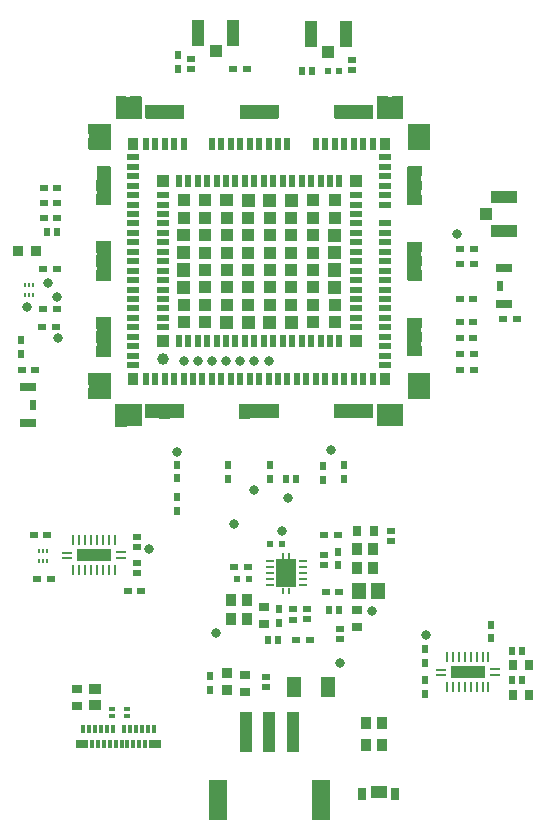
<source format=gtp>
G04*
G04 #@! TF.GenerationSoftware,Altium Limited,Altium Designer,18.0.7 (293)*
G04*
G04 Layer_Color=8421504*
%FSLAX25Y25*%
%MOIN*%
G70*
G01*
G75*
%ADD25R,0.03937X0.01968*%
%ADD26R,0.01968X0.03937*%
%ADD27C,0.03150*%
%ADD28C,0.03937*%
%ADD29R,0.03543X0.03937*%
%ADD30R,0.03937X0.03937*%
%ADD31R,0.07480X0.08661*%
%ADD32R,0.08661X0.07480*%
%ADD33R,0.04724X0.12992*%
%ADD34R,0.12992X0.04724*%
%ADD35R,0.01181X0.02756*%
%ADD36R,0.03937X0.02756*%
%ADD37R,0.08661X0.04134*%
%ADD38R,0.04134X0.04134*%
%ADD39R,0.04134X0.04134*%
%ADD40R,0.04134X0.08661*%
%ADD41R,0.05512X0.03150*%
%ADD42R,0.02362X0.03543*%
%ADD43R,0.02953X0.02362*%
%ADD44R,0.03543X0.03150*%
%ADD45R,0.02362X0.02953*%
%ADD46R,0.03150X0.03543*%
%ADD47R,0.03543X0.00945*%
%ADD48R,0.00945X0.03543*%
%ADD49R,0.11417X0.03937*%
%ADD50R,0.00787X0.01378*%
%ADD51R,0.06500X0.09449*%
%ADD52R,0.02559X0.00984*%
%ADD53R,0.01102X0.02165*%
%ADD54R,0.02520X0.02362*%
%ADD55R,0.03543X0.03937*%
%ADD56R,0.03543X0.03543*%
%ADD57R,0.05906X0.13386*%
%ADD58R,0.03937X0.13780*%
%ADD59R,0.05118X0.07087*%
%ADD60R,0.03937X0.03543*%
%ADD61R,0.01968X0.01181*%
%ADD62R,0.02362X0.01968*%
%ADD63R,0.05118X0.05512*%
%ADD64R,0.02362X0.02520*%
%ADD65R,0.05512X0.04331*%
%ADD66R,0.02756X0.04331*%
%ADD67R,0.03543X0.03543*%
%ADD68R,0.01890X0.02126*%
G36*
X132409Y265433D02*
X129077D01*
Y269867D01*
X132409D01*
Y265433D01*
D02*
G37*
G36*
X91464Y265413D02*
X87884D01*
Y269867D01*
X91464D01*
Y265413D01*
D02*
G37*
G36*
X64692Y265378D02*
X60984D01*
Y269867D01*
X64692D01*
Y265378D01*
D02*
G37*
G36*
X100913Y265373D02*
X97384D01*
Y269867D01*
X100913D01*
Y265373D01*
D02*
G37*
G36*
X142234Y265372D02*
X138741D01*
Y272641D01*
X142234D01*
Y265372D01*
D02*
G37*
G36*
X127685Y265370D02*
X124283D01*
Y269867D01*
X127685D01*
Y265370D01*
D02*
G37*
G36*
X122960Y265354D02*
X119528D01*
Y269867D01*
X122960D01*
Y265354D01*
D02*
G37*
G36*
X96188Y265329D02*
X92638D01*
Y269867D01*
X96188D01*
Y265329D01*
D02*
G37*
G36*
X137305Y265321D02*
X133768D01*
Y272648D01*
X137305D01*
Y265321D01*
D02*
G37*
G36*
X59968Y265313D02*
X56289D01*
Y269867D01*
X59968D01*
Y265313D01*
D02*
G37*
G36*
X69417Y265309D02*
X65773D01*
Y269867D01*
X69417D01*
Y265309D01*
D02*
G37*
G36*
X55030Y265153D02*
X51514D01*
Y272836D01*
X55030D01*
Y265153D01*
D02*
G37*
G36*
X50078Y265142D02*
X46581D01*
Y272867D01*
X50078D01*
Y265142D01*
D02*
G37*
G36*
X45007Y259995D02*
X37302D01*
Y263568D01*
X45007D01*
Y259995D01*
D02*
G37*
G36*
X151307Y259936D02*
X143954D01*
Y263568D01*
X151307D01*
Y259936D01*
D02*
G37*
G36*
X126740Y255290D02*
X125271D01*
Y258686D01*
X126740D01*
Y255290D01*
D02*
G37*
G36*
X114141Y255277D02*
X112591D01*
Y258686D01*
X114141D01*
Y255277D01*
D02*
G37*
G36*
X63748Y255269D02*
X61917D01*
Y258686D01*
X63748D01*
Y255269D01*
D02*
G37*
G36*
X66897Y255259D02*
X65091D01*
Y258686D01*
X66897D01*
Y255259D01*
D02*
G37*
G36*
X101543Y255257D02*
X99918D01*
Y258686D01*
X101543D01*
Y255257D01*
D02*
G37*
G36*
X117291Y255257D02*
X115747D01*
Y258686D01*
X117291D01*
Y255257D01*
D02*
G37*
G36*
X82645Y255205D02*
X80941D01*
Y258686D01*
X82645D01*
Y255205D01*
D02*
G37*
G36*
X120440Y255204D02*
X118878D01*
Y258686D01*
X120440D01*
Y255204D01*
D02*
G37*
G36*
X123590Y255202D02*
X122038D01*
Y258686D01*
X123590D01*
Y255202D01*
D02*
G37*
G36*
X70047Y255200D02*
X68299D01*
Y258686D01*
X70047D01*
Y255200D01*
D02*
G37*
G36*
X92094Y255200D02*
X90426D01*
Y258686D01*
X92094D01*
Y255200D01*
D02*
G37*
G36*
X88944Y255199D02*
X87265D01*
Y258686D01*
X88944D01*
Y255199D01*
D02*
G37*
G36*
X129889Y255193D02*
X128353D01*
Y258686D01*
X129889D01*
Y255193D01*
D02*
G37*
G36*
X57448Y255192D02*
X55663D01*
Y258686D01*
X57448D01*
Y255192D01*
D02*
G37*
G36*
X95244Y255191D02*
X93587D01*
Y258686D01*
X95244D01*
Y255191D01*
D02*
G37*
G36*
X79496Y255182D02*
X77790D01*
Y258686D01*
X79496D01*
Y255182D01*
D02*
G37*
G36*
X133039Y255179D02*
X131500D01*
Y258686D01*
X133039D01*
Y255179D01*
D02*
G37*
G36*
X60598Y255172D02*
X58842D01*
Y258686D01*
X60598D01*
Y255172D01*
D02*
G37*
G36*
X98393Y255146D02*
X96745D01*
Y258686D01*
X98393D01*
Y255146D01*
D02*
G37*
G36*
X85795Y255144D02*
X84119D01*
Y258686D01*
X85795D01*
Y255144D01*
D02*
G37*
G36*
X104692Y255094D02*
X103046D01*
Y258686D01*
X104692D01*
Y255094D01*
D02*
G37*
G36*
X45007Y255067D02*
X37281D01*
Y258647D01*
X45007D01*
Y255067D01*
D02*
G37*
G36*
X151307Y254970D02*
X143911D01*
Y258647D01*
X151307D01*
Y254970D01*
D02*
G37*
G36*
X138168Y251618D02*
X134632D01*
Y253163D01*
X138168D01*
Y251618D01*
D02*
G37*
G36*
X54238Y251513D02*
X50669D01*
Y253235D01*
X54238D01*
Y251513D01*
D02*
G37*
G36*
X138183Y248533D02*
X134697D01*
Y249998D01*
X138183D01*
Y248533D01*
D02*
G37*
G36*
X54188Y248351D02*
X50657D01*
Y250136D01*
X54188D01*
Y248351D01*
D02*
G37*
G36*
X148580Y249365D02*
Y245953D01*
X143928D01*
Y249365D01*
X148580Y249365D01*
D02*
G37*
G36*
X44861Y245804D02*
X40236D01*
Y249542D01*
X44861D01*
Y245804D01*
D02*
G37*
G36*
X138179Y245323D02*
X134636D01*
Y246853D01*
X138179D01*
Y245323D01*
D02*
G37*
G36*
X54191Y245196D02*
X50652D01*
Y246983D01*
X54191D01*
Y245196D01*
D02*
G37*
G36*
X84220Y242724D02*
X82499D01*
Y246206D01*
X84220D01*
Y242724D01*
D02*
G37*
G36*
X90519Y242721D02*
X88835D01*
Y246206D01*
X90519D01*
Y242721D01*
D02*
G37*
G36*
X68472Y242718D02*
X66669D01*
Y246206D01*
X68472D01*
Y242718D01*
D02*
G37*
G36*
X122015Y242708D02*
X120491D01*
Y246206D01*
X122015D01*
Y242708D01*
D02*
G37*
G36*
X74771Y242702D02*
X73016D01*
Y246206D01*
X74771D01*
Y242702D01*
D02*
G37*
G36*
X71622Y242702D02*
X69852D01*
Y246206D01*
X71622D01*
Y242702D01*
D02*
G37*
G36*
X87370Y242699D02*
X85676D01*
Y246206D01*
X87370D01*
Y242699D01*
D02*
G37*
G36*
X96818Y242695D02*
X95168D01*
Y246206D01*
X96818D01*
Y242695D01*
D02*
G37*
G36*
X93669Y242689D02*
X92005D01*
Y246206D01*
X93669D01*
Y242689D01*
D02*
G37*
G36*
X109417Y242686D02*
X107818D01*
Y246206D01*
X109417D01*
Y242686D01*
D02*
G37*
G36*
X106267Y242680D02*
X104653D01*
Y246206D01*
X106267D01*
Y242680D01*
D02*
G37*
G36*
X77921Y242679D02*
X76198D01*
Y246206D01*
X77921D01*
Y242679D01*
D02*
G37*
G36*
X115716Y242671D02*
X114131D01*
Y246206D01*
X115716D01*
Y242671D01*
D02*
G37*
G36*
X99968Y242669D02*
X98328D01*
Y246206D01*
X99968D01*
Y242669D01*
D02*
G37*
G36*
X103118Y242656D02*
X101485D01*
Y246206D01*
X103118D01*
Y242656D01*
D02*
G37*
G36*
X112566Y242649D02*
X110956D01*
Y246206D01*
X112566D01*
Y242649D01*
D02*
G37*
G36*
X81070Y242643D02*
X79381D01*
Y246206D01*
X81070D01*
Y242643D01*
D02*
G37*
G36*
X118866Y242623D02*
X117248D01*
Y246206D01*
X118866D01*
Y242623D01*
D02*
G37*
G36*
X138174Y242135D02*
X134598D01*
Y243708D01*
X138174D01*
Y242135D01*
D02*
G37*
G36*
X54120Y242019D02*
X50624D01*
Y243904D01*
X54120D01*
Y242019D01*
D02*
G37*
G36*
X148630Y241339D02*
X144038D01*
Y244591D01*
X148630D01*
Y241339D01*
D02*
G37*
G36*
X44786Y241038D02*
X40194D01*
Y244892D01*
X44786D01*
Y241038D01*
D02*
G37*
G36*
X138196Y239039D02*
X134652D01*
Y240536D01*
X138196D01*
Y239039D01*
D02*
G37*
G36*
X128452Y239010D02*
X124899D01*
Y240557D01*
X128452D01*
Y239010D01*
D02*
G37*
G36*
X63941Y238903D02*
X60382D01*
Y240657D01*
X63941D01*
Y238903D01*
D02*
G37*
G36*
X54217Y238893D02*
X50648D01*
Y240658D01*
X54217D01*
Y238893D01*
D02*
G37*
G36*
X148594Y236494D02*
X143918D01*
Y239903D01*
X148594D01*
Y236494D01*
D02*
G37*
G36*
X44857Y236328D02*
X40209D01*
Y240096D01*
X44857D01*
Y236328D01*
D02*
G37*
G36*
X85811Y235947D02*
X81418D01*
Y240190D01*
X85811D01*
Y235947D01*
D02*
G37*
G36*
X107366Y235943D02*
X103075D01*
Y240190D01*
X107366D01*
Y235943D01*
D02*
G37*
G36*
X100181Y235961D02*
Y235906D01*
X95854D01*
Y240190D01*
X100181D01*
Y235961D01*
D02*
G37*
G36*
X92996Y235904D02*
X88651D01*
Y240190D01*
X92996D01*
Y235904D01*
D02*
G37*
G36*
X138199Y235874D02*
X134636D01*
Y237384D01*
X138199D01*
Y235874D01*
D02*
G37*
G36*
X128460Y235866D02*
X124904D01*
Y237399D01*
X128460D01*
Y235866D01*
D02*
G37*
G36*
X63997Y235764D02*
X60393D01*
Y237452D01*
X63997D01*
Y235764D01*
D02*
G37*
G36*
X54183Y235723D02*
X50627D01*
Y237542D01*
X54183D01*
Y235723D01*
D02*
G37*
G36*
X128484Y232757D02*
X124945D01*
Y234225D01*
X128484D01*
Y232757D01*
D02*
G37*
G36*
X63957Y232596D02*
X60374D01*
Y234343D01*
X63957D01*
Y232596D01*
D02*
G37*
G36*
X54159Y232552D02*
X50605D01*
Y234417D01*
X54159D01*
Y232552D01*
D02*
G37*
G36*
X138239Y229613D02*
X134675D01*
Y231045D01*
X138239D01*
Y229613D01*
D02*
G37*
G36*
X128463Y229535D02*
X124872D01*
Y231097D01*
X128463D01*
Y229535D01*
D02*
G37*
G36*
X63962Y229442D02*
X60370D01*
Y231188D01*
X63962D01*
Y229442D01*
D02*
G37*
G36*
X54216Y229424D02*
X50628D01*
Y231209D01*
X54216D01*
Y229424D01*
D02*
G37*
G36*
X138215Y226407D02*
X134618D01*
Y227920D01*
X138215D01*
Y226407D01*
D02*
G37*
G36*
X128469Y226383D02*
X124870D01*
Y227941D01*
X128469D01*
Y226383D01*
D02*
G37*
G36*
X63945Y226275D02*
X60353D01*
Y228055D01*
X63945D01*
Y226275D01*
D02*
G37*
G36*
X54198Y226254D02*
X50607D01*
Y228078D01*
X54198D01*
Y226254D01*
D02*
G37*
G36*
X71429Y224284D02*
X66954D01*
Y228580D01*
X71429D01*
Y224284D01*
D02*
G37*
G36*
X121736Y224271D02*
X117497D01*
Y228576D01*
X121736D01*
Y224271D01*
D02*
G37*
G36*
X138210Y223240D02*
X134601D01*
Y224775D01*
X138210D01*
Y223240D01*
D02*
G37*
G36*
X128473Y223228D02*
X124864D01*
Y224788D01*
X128473D01*
Y223228D01*
D02*
G37*
G36*
X63933Y223106D02*
X60333D01*
Y224918D01*
X63933D01*
Y223106D01*
D02*
G37*
G36*
X54207Y223099D02*
X50602D01*
Y224920D01*
X54207D01*
Y223099D01*
D02*
G37*
G36*
X148706Y220825D02*
X143997D01*
Y224042D01*
X148706D01*
Y220825D01*
D02*
G37*
G36*
X44897Y220553D02*
X40182D01*
Y224308D01*
X44897D01*
Y220553D01*
D02*
G37*
G36*
X138253Y220127D02*
X134638D01*
Y221582D01*
X138253D01*
Y220127D01*
D02*
G37*
G36*
X128506Y220104D02*
X124890D01*
Y221605D01*
X128506D01*
Y220104D01*
D02*
G37*
G36*
X63953Y219960D02*
X60337D01*
Y221748D01*
X63953D01*
Y219960D01*
D02*
G37*
G36*
X54201Y219933D02*
X50585D01*
Y221776D01*
X54201D01*
Y219933D01*
D02*
G37*
G36*
X71429Y218444D02*
X67011D01*
Y222773D01*
X71429D01*
Y218444D01*
D02*
G37*
G36*
X121736Y218440D02*
X117469D01*
Y222769D01*
X121736D01*
Y218440D01*
D02*
G37*
G36*
X138270Y216978D02*
X134638D01*
Y218416D01*
X138270D01*
Y216978D01*
D02*
G37*
G36*
X128488Y216924D02*
X124860D01*
Y218473D01*
X128488D01*
Y216924D01*
D02*
G37*
G36*
X63942Y216784D02*
X60310D01*
Y218610D01*
X63942D01*
Y216784D01*
D02*
G37*
G36*
X54196Y216763D02*
X50565D01*
Y218631D01*
X54196D01*
Y216763D01*
D02*
G37*
G36*
X148682Y216049D02*
X143946D01*
Y219342D01*
X148682D01*
Y216049D01*
D02*
G37*
G36*
X44862Y215771D02*
X40124D01*
Y219619D01*
X44862D01*
Y215771D01*
D02*
G37*
G36*
X128538Y213802D02*
X124887D01*
Y215274D01*
X128538D01*
Y213802D01*
D02*
G37*
G36*
X138217Y213772D02*
X134582D01*
Y215319D01*
X138217D01*
Y213772D01*
D02*
G37*
G36*
X63949Y213625D02*
X60301D01*
Y215453D01*
X63949D01*
Y213625D01*
D02*
G37*
G36*
X54218Y213624D02*
X50575D01*
Y215459D01*
X54218D01*
Y213624D01*
D02*
G37*
G36*
X121736Y212603D02*
X117530D01*
Y216962D01*
X121736D01*
Y212603D01*
D02*
G37*
G36*
X71429Y212603D02*
X66927D01*
Y216966D01*
X71429D01*
Y212603D01*
D02*
G37*
G36*
X148641Y211274D02*
X143894D01*
Y214659D01*
X148641D01*
Y211274D01*
D02*
G37*
G36*
X44901Y211067D02*
X40144D01*
Y214856D01*
X44901D01*
Y211067D01*
D02*
G37*
G36*
X138228Y210624D02*
X134583D01*
Y212158D01*
X138228D01*
Y210624D01*
D02*
G37*
G36*
X128459Y210591D02*
X124826D01*
Y212203D01*
X128459D01*
Y210591D01*
D02*
G37*
G36*
X63974Y210495D02*
X60320D01*
Y212278D01*
X63974D01*
Y210495D01*
D02*
G37*
G36*
X54238Y210487D02*
X50588D01*
Y212290D01*
X54238D01*
Y210487D01*
D02*
G37*
G36*
X138246Y207477D02*
X134585D01*
Y208991D01*
X138246D01*
Y207477D01*
D02*
G37*
G36*
X128530Y207472D02*
X124857D01*
Y208982D01*
X128530D01*
Y207472D01*
D02*
G37*
G36*
X54240Y207326D02*
X50577D01*
Y209138D01*
X54240D01*
Y207326D01*
D02*
G37*
G36*
X63967Y207312D02*
X60287D01*
Y209136D01*
X63967D01*
Y207312D01*
D02*
G37*
G36*
X121736Y206797D02*
X117462D01*
Y211155D01*
X121736D01*
Y206797D01*
D02*
G37*
G36*
X71429Y206797D02*
X67019D01*
Y211158D01*
X71429D01*
Y206797D01*
D02*
G37*
G36*
X138299Y204345D02*
X134603D01*
Y205788D01*
X138299D01*
Y204345D01*
D02*
G37*
G36*
X128525Y204311D02*
X124845D01*
Y205838D01*
X128525D01*
Y204311D01*
D02*
G37*
G36*
X63987Y204186D02*
X60310D01*
Y205966D01*
X63987D01*
Y204186D01*
D02*
G37*
G36*
X54252Y204182D02*
X50583D01*
Y205977D01*
X54252D01*
Y204182D01*
D02*
G37*
G36*
X138268Y201171D02*
X134579D01*
Y202669D01*
X138268D01*
Y201171D01*
D02*
G37*
G36*
X128552Y201161D02*
X124844D01*
Y202661D01*
X128552D01*
Y201161D01*
D02*
G37*
G36*
X54273Y201065D02*
X50615D01*
Y202806D01*
X54273D01*
Y201065D01*
D02*
G37*
G36*
X63989Y201016D02*
X60291D01*
Y202814D01*
X63989D01*
Y201016D01*
D02*
G37*
G36*
X138310Y198028D02*
X134585D01*
Y199478D01*
X138310D01*
Y198028D01*
D02*
G37*
G36*
X128542Y198000D02*
X124833D01*
Y199522D01*
X128542D01*
Y198000D01*
D02*
G37*
G36*
X63992Y197842D02*
X60265D01*
Y199662D01*
X63992D01*
Y197842D01*
D02*
G37*
G36*
X54230Y197780D02*
X50480D01*
Y199699D01*
X54230D01*
Y197780D01*
D02*
G37*
G36*
X148720Y195521D02*
X143890D01*
Y198831D01*
X148720D01*
Y195521D01*
D02*
G37*
G36*
X44933Y195273D02*
X40099D01*
Y199075D01*
X44933D01*
Y195273D01*
D02*
G37*
G36*
X92984Y195142D02*
Y195117D01*
X88629D01*
Y199544D01*
X92984D01*
Y195142D01*
D02*
G37*
G36*
X107354Y195113D02*
X103062D01*
Y199544D01*
X107354D01*
Y195113D01*
D02*
G37*
G36*
X100169Y195107D02*
X95845D01*
Y199544D01*
X100169D01*
Y195107D01*
D02*
G37*
G36*
X85799Y195086D02*
X81394D01*
Y199544D01*
X85799D01*
Y195086D01*
D02*
G37*
G36*
X138292Y194863D02*
X134571D01*
Y196347D01*
X138292D01*
Y194863D01*
D02*
G37*
G36*
X128533Y194841D02*
X124824D01*
Y196381D01*
X128533D01*
Y194841D01*
D02*
G37*
G36*
X64002Y194694D02*
X60267D01*
Y196503D01*
X64002D01*
Y194694D01*
D02*
G37*
G36*
X54256Y194678D02*
X50527D01*
Y196524D01*
X54256D01*
Y194678D01*
D02*
G37*
G36*
X138235Y191694D02*
X134551D01*
Y193254D01*
X138235D01*
Y191694D01*
D02*
G37*
G36*
X54279Y191592D02*
X50590D01*
Y193351D01*
X54279D01*
Y191592D01*
D02*
G37*
G36*
X148695Y190775D02*
X143868D01*
Y194132D01*
X148695D01*
Y190775D01*
D02*
G37*
G36*
X44955Y190570D02*
X40120D01*
Y194329D01*
X44955D01*
Y190570D01*
D02*
G37*
G36*
X96818Y189136D02*
X95166D01*
Y192820D01*
X96818D01*
Y189136D01*
D02*
G37*
G36*
X84220Y189134D02*
X82540D01*
Y192820D01*
X84220D01*
Y189134D01*
D02*
G37*
G36*
X93669Y189116D02*
X92008D01*
Y192820D01*
X93669D01*
Y189116D01*
D02*
G37*
G36*
X81070Y189116D02*
X79374D01*
Y192820D01*
X81070D01*
Y189116D01*
D02*
G37*
G36*
X99968Y189106D02*
X98327D01*
Y192820D01*
X99968D01*
Y189106D01*
D02*
G37*
G36*
X106267Y189104D02*
X104647D01*
Y192820D01*
X106267D01*
Y189104D01*
D02*
G37*
G36*
X122015Y189098D02*
X120453D01*
Y192820D01*
X122015D01*
Y189098D01*
D02*
G37*
G36*
X77921Y189086D02*
X76196D01*
Y192820D01*
X77921D01*
Y189086D01*
D02*
G37*
G36*
X87370Y189085D02*
X85682D01*
Y192820D01*
X87370D01*
Y189085D01*
D02*
G37*
G36*
X118866Y189084D02*
X117303D01*
Y192820D01*
X118866D01*
Y189084D01*
D02*
G37*
G36*
X109417Y189081D02*
X107818D01*
Y192820D01*
X109417D01*
Y189081D01*
D02*
G37*
G36*
X103118Y189079D02*
X101493D01*
Y192820D01*
X103118D01*
Y189079D01*
D02*
G37*
G36*
X90519Y189066D02*
X88840D01*
Y192820D01*
X90519D01*
Y189066D01*
D02*
G37*
G36*
X68472Y189061D02*
X66686D01*
Y192820D01*
X68472D01*
Y189061D01*
D02*
G37*
G36*
X115716Y189058D02*
X114159D01*
Y192820D01*
X115716D01*
Y189058D01*
D02*
G37*
G36*
X71622Y189057D02*
X69848D01*
Y192820D01*
X71622D01*
Y189057D01*
D02*
G37*
G36*
X112566Y189046D02*
X111001D01*
Y192820D01*
X112566D01*
Y189046D01*
D02*
G37*
G36*
X74771Y189037D02*
X72997D01*
Y192820D01*
X74771D01*
Y189037D01*
D02*
G37*
G36*
X138323Y188554D02*
X134561D01*
Y190016D01*
X138323D01*
Y188554D01*
D02*
G37*
G36*
X54283Y188435D02*
X50584D01*
Y190198D01*
X54283D01*
Y188435D01*
D02*
G37*
G36*
X148665Y186033D02*
X143851D01*
Y189437D01*
X148665D01*
Y186033D01*
D02*
G37*
G36*
X44964Y185834D02*
X40108D01*
Y189595D01*
X44964D01*
Y185834D01*
D02*
G37*
G36*
X138214Y185385D02*
X134541D01*
Y186975D01*
X138214D01*
Y185385D01*
D02*
G37*
G36*
X54278Y185214D02*
X50512D01*
Y187053D01*
X54278D01*
Y185214D01*
D02*
G37*
G36*
X138312Y182238D02*
X134544D01*
Y183728D01*
X138312D01*
Y182238D01*
D02*
G37*
G36*
X54287Y182083D02*
X50531D01*
Y183895D01*
X54287D01*
Y182083D01*
D02*
G37*
G36*
X63748Y176658D02*
X62047D01*
Y180340D01*
X63748D01*
Y176658D01*
D02*
G37*
G36*
X117291Y176629D02*
X115683D01*
Y180340D01*
X117291D01*
Y176629D01*
D02*
G37*
G36*
X151307Y176626D02*
X143984D01*
Y180497D01*
X151307D01*
Y176626D01*
D02*
G37*
G36*
X88944Y176618D02*
X87274D01*
Y180340D01*
X88944D01*
Y176618D01*
D02*
G37*
G36*
X79496Y176617D02*
X77801D01*
Y180340D01*
X79496D01*
Y176617D01*
D02*
G37*
G36*
X85795Y176612D02*
X84115D01*
Y180340D01*
X85795D01*
Y176612D01*
D02*
G37*
G36*
X45007Y176604D02*
X37314D01*
Y180497D01*
X45007D01*
Y176604D01*
D02*
G37*
G36*
X110992Y176594D02*
X109383D01*
Y180340D01*
X110992D01*
Y176594D01*
D02*
G37*
G36*
X114141Y176592D02*
X112543D01*
Y180340D01*
X114141D01*
Y176592D01*
D02*
G37*
G36*
X126740Y176582D02*
X125187D01*
Y180340D01*
X126740D01*
Y176582D01*
D02*
G37*
G36*
X82645Y176566D02*
X80942D01*
Y180340D01*
X82645D01*
Y176566D01*
D02*
G37*
G36*
X92094Y176564D02*
X90426D01*
Y180340D01*
X92094D01*
Y176564D01*
D02*
G37*
G36*
X57448Y176563D02*
X55650D01*
Y180340D01*
X57448D01*
Y176563D01*
D02*
G37*
G36*
X104692Y176551D02*
X103074D01*
Y180340D01*
X104692D01*
Y176551D01*
D02*
G37*
G36*
X101543Y176550D02*
X99912D01*
Y180340D01*
X101543D01*
Y176550D01*
D02*
G37*
G36*
X66897Y176549D02*
X65123D01*
Y180340D01*
X66897D01*
Y176549D01*
D02*
G37*
G36*
X133039Y176548D02*
X131538D01*
Y180340D01*
X133039D01*
Y176548D01*
D02*
G37*
G36*
X107842Y176545D02*
X106238D01*
Y180340D01*
X107842D01*
Y176545D01*
D02*
G37*
G36*
X73196Y176543D02*
X71446D01*
Y180340D01*
X73196D01*
Y176543D01*
D02*
G37*
G36*
X120440Y176542D02*
X118891D01*
Y180340D01*
X120440D01*
Y176542D01*
D02*
G37*
G36*
X123590Y176536D02*
X122058D01*
Y180340D01*
X123590D01*
Y176536D01*
D02*
G37*
G36*
X98393Y176531D02*
X96750D01*
Y180340D01*
X98393D01*
Y176531D01*
D02*
G37*
G36*
X76346Y176523D02*
X74599D01*
Y180340D01*
X76346D01*
Y176523D01*
D02*
G37*
G36*
X70047Y176521D02*
X68268D01*
Y180340D01*
X70047D01*
Y176521D01*
D02*
G37*
G36*
X60598Y176514D02*
X58768D01*
Y180340D01*
X60598D01*
Y176514D01*
D02*
G37*
G36*
X129889Y176489D02*
X128424D01*
Y180340D01*
X129889D01*
Y176489D01*
D02*
G37*
G36*
X95244Y176455D02*
X93585D01*
Y180340D01*
X95244D01*
Y176455D01*
D02*
G37*
G36*
X151307Y171668D02*
X144007D01*
Y175576D01*
X151307D01*
Y171668D01*
D02*
G37*
G36*
X45007Y171656D02*
X37305D01*
Y175576D01*
X45007D01*
Y171656D01*
D02*
G37*
G36*
X100913Y165405D02*
X97377D01*
Y170261D01*
X100913D01*
Y165405D01*
D02*
G37*
G36*
X132409Y165349D02*
X128990D01*
Y170261D01*
X132409D01*
Y165349D01*
D02*
G37*
G36*
X127685Y165345D02*
X124251D01*
Y170261D01*
X127685D01*
Y165345D01*
D02*
G37*
G36*
X59968Y165312D02*
X56261D01*
Y170261D01*
X59968D01*
Y165312D01*
D02*
G37*
G36*
X69417Y165309D02*
X65749D01*
Y170261D01*
X69417D01*
Y165309D01*
D02*
G37*
G36*
X96188Y165297D02*
X92637D01*
Y170261D01*
X96188D01*
Y165297D01*
D02*
G37*
G36*
X122960Y165288D02*
X119536D01*
Y170261D01*
X122960D01*
Y165288D01*
D02*
G37*
G36*
X64692Y165215D02*
X60944D01*
Y170261D01*
X64692D01*
Y165215D01*
D02*
G37*
G36*
X91464Y165158D02*
X87874D01*
Y170261D01*
X91464D01*
Y165158D01*
D02*
G37*
G36*
X142470Y162756D02*
X138487D01*
Y170042D01*
X142470D01*
Y162756D01*
D02*
G37*
G36*
X137532Y162745D02*
X133555D01*
Y170059D01*
X137532D01*
Y162745D01*
D02*
G37*
G36*
X55254Y162657D02*
X51380D01*
Y170250D01*
X55254D01*
Y162657D01*
D02*
G37*
G36*
X50329Y162584D02*
X46386D01*
Y170254D01*
X50329D01*
Y162584D01*
D02*
G37*
D25*
X52488Y183056D02*
D03*
Y186206D02*
D03*
Y189355D02*
D03*
Y192505D02*
D03*
Y195654D02*
D03*
Y198804D02*
D03*
Y201954D02*
D03*
Y205103D02*
D03*
Y208253D02*
D03*
Y211403D02*
D03*
Y214552D02*
D03*
Y217702D02*
D03*
Y220851D02*
D03*
Y224001D02*
D03*
Y227151D02*
D03*
Y230300D02*
D03*
Y233450D02*
D03*
Y236599D02*
D03*
Y239749D02*
D03*
Y242899D02*
D03*
Y246048D02*
D03*
Y249198D02*
D03*
Y252347D02*
D03*
X136346D02*
D03*
Y249198D02*
D03*
Y246048D02*
D03*
Y242899D02*
D03*
Y239749D02*
D03*
Y236599D02*
D03*
Y230300D02*
D03*
Y227151D02*
D03*
Y224001D02*
D03*
Y220851D02*
D03*
Y217702D02*
D03*
Y214552D02*
D03*
Y211403D02*
D03*
Y208253D02*
D03*
Y205103D02*
D03*
Y201954D02*
D03*
Y198804D02*
D03*
Y195654D02*
D03*
Y192505D02*
D03*
Y189355D02*
D03*
Y186206D02*
D03*
Y183056D02*
D03*
X62212Y195654D02*
D03*
Y198804D02*
D03*
Y201954D02*
D03*
Y205103D02*
D03*
Y208253D02*
D03*
Y211403D02*
D03*
Y214552D02*
D03*
Y217702D02*
D03*
Y220851D02*
D03*
Y224001D02*
D03*
Y227151D02*
D03*
Y230300D02*
D03*
Y233450D02*
D03*
Y236599D02*
D03*
Y239749D02*
D03*
X126622D02*
D03*
Y236599D02*
D03*
Y233450D02*
D03*
Y230300D02*
D03*
Y227151D02*
D03*
Y224001D02*
D03*
Y220851D02*
D03*
Y217702D02*
D03*
Y214552D02*
D03*
Y211403D02*
D03*
Y208253D02*
D03*
Y205103D02*
D03*
Y201954D02*
D03*
Y198804D02*
D03*
Y195654D02*
D03*
D26*
X56622Y256875D02*
D03*
X59771D02*
D03*
X62921D02*
D03*
X66070D02*
D03*
X69220D02*
D03*
X78669D02*
D03*
X81818D02*
D03*
X84968D02*
D03*
X88118D02*
D03*
X91267D02*
D03*
X94417D02*
D03*
X97566D02*
D03*
X100716D02*
D03*
X103866D02*
D03*
X113314D02*
D03*
X116464D02*
D03*
X119614D02*
D03*
X122763D02*
D03*
X125913D02*
D03*
X129062D02*
D03*
X132212D02*
D03*
Y178528D02*
D03*
X129062D02*
D03*
X125913D02*
D03*
X122763D02*
D03*
X119614D02*
D03*
X116464D02*
D03*
X113314D02*
D03*
X110165D02*
D03*
X107015D02*
D03*
X103866D02*
D03*
X100716D02*
D03*
X97566D02*
D03*
X94417D02*
D03*
X91267D02*
D03*
X88118D02*
D03*
X84968D02*
D03*
X81818D02*
D03*
X78669D02*
D03*
X75519D02*
D03*
X72370D02*
D03*
X69220D02*
D03*
X66070D02*
D03*
X62921D02*
D03*
X59771D02*
D03*
X56622D02*
D03*
X67645Y244395D02*
D03*
X70795D02*
D03*
X73944D02*
D03*
X77094D02*
D03*
X80244D02*
D03*
X83393D02*
D03*
X86543D02*
D03*
X89692D02*
D03*
X92842D02*
D03*
X95992D02*
D03*
X99141D02*
D03*
X102291D02*
D03*
X105440D02*
D03*
X108590D02*
D03*
X111740D02*
D03*
X114889D02*
D03*
X118039D02*
D03*
X121188D02*
D03*
Y191009D02*
D03*
X118039D02*
D03*
X114889D02*
D03*
X111740D02*
D03*
X108590D02*
D03*
X105440D02*
D03*
X102291D02*
D03*
X99141D02*
D03*
X95992D02*
D03*
X92842D02*
D03*
X89692D02*
D03*
X86543D02*
D03*
X83393D02*
D03*
X80244D02*
D03*
X77094D02*
D03*
X73944D02*
D03*
X70795D02*
D03*
X67645D02*
D03*
D27*
X97566Y184316D02*
D03*
X92842D02*
D03*
X88118D02*
D03*
X83393D02*
D03*
X78669D02*
D03*
X73944D02*
D03*
X69220D02*
D03*
X102174Y127889D02*
D03*
X160376Y226615D02*
D03*
X79960Y93700D02*
D03*
X131994Y101268D02*
D03*
X104011Y138655D02*
D03*
X23920Y210580D02*
D03*
X17040Y202560D02*
D03*
X26920Y205880D02*
D03*
X27360Y192180D02*
D03*
X67051Y154075D02*
D03*
X92860Y141400D02*
D03*
X86180Y130200D02*
D03*
X118380Y154940D02*
D03*
X149980Y93020D02*
D03*
X57740Y121780D02*
D03*
X121260Y83620D02*
D03*
D28*
X62212Y185123D02*
D03*
D29*
X136543Y178528D02*
D03*
X52291D02*
D03*
X136543Y256875D02*
D03*
X52291D02*
D03*
D30*
X69269Y214798D02*
D03*
X76454D02*
D03*
X83639D02*
D03*
X90824D02*
D03*
X98009D02*
D03*
X105194D02*
D03*
X112379D02*
D03*
X119564D02*
D03*
X69269Y208991D02*
D03*
X76454D02*
D03*
X83639D02*
D03*
X90824D02*
D03*
X98009D02*
D03*
X105194D02*
D03*
X112379D02*
D03*
X119564D02*
D03*
X69269Y203184D02*
D03*
X76454D02*
D03*
X83639D02*
D03*
X90824D02*
D03*
X98009D02*
D03*
X105194D02*
D03*
X112379D02*
D03*
X119564D02*
D03*
X69269Y197377D02*
D03*
X76454D02*
D03*
X83639D02*
D03*
X90824D02*
D03*
X98009D02*
D03*
X105194D02*
D03*
X112379D02*
D03*
X119564D02*
D03*
Y220605D02*
D03*
X112379D02*
D03*
X105194D02*
D03*
X98009D02*
D03*
X90824D02*
D03*
X83639D02*
D03*
X76454D02*
D03*
X69269D02*
D03*
X119564Y226412D02*
D03*
X112379D02*
D03*
X105194D02*
D03*
X98009D02*
D03*
X90824D02*
D03*
X83639D02*
D03*
X76454D02*
D03*
X69269D02*
D03*
X119564Y232220D02*
D03*
X112379D02*
D03*
X105194D02*
D03*
X98009D02*
D03*
X90824D02*
D03*
X83639D02*
D03*
X76454D02*
D03*
X69269D02*
D03*
X119564Y238026D02*
D03*
X112379D02*
D03*
X105194D02*
D03*
X98009D02*
D03*
X90824D02*
D03*
X83639D02*
D03*
X76454D02*
D03*
X69269D02*
D03*
X62212Y244395D02*
D03*
X126622D02*
D03*
Y191009D02*
D03*
X62212D02*
D03*
D31*
X147566Y176166D02*
D03*
X41267D02*
D03*
X147566Y259237D02*
D03*
X41267D02*
D03*
D32*
X137921Y166521D02*
D03*
X50913D02*
D03*
X137921Y268883D02*
D03*
X50913D02*
D03*
D33*
X42645Y192505D02*
D03*
Y217702D02*
D03*
Y242899D02*
D03*
X146188D02*
D03*
Y217702D02*
D03*
Y192505D02*
D03*
D34*
X62921Y267505D02*
D03*
X94417D02*
D03*
X125913D02*
D03*
Y167899D02*
D03*
X94417D02*
D03*
X62921D02*
D03*
D35*
X35761Y61817D02*
D03*
X37730D02*
D03*
X39698D02*
D03*
X41667D02*
D03*
X43635D02*
D03*
X45604D02*
D03*
X49541D02*
D03*
X51509D02*
D03*
X53478D02*
D03*
X55446D02*
D03*
X57415D02*
D03*
X59383D02*
D03*
X56430Y56698D02*
D03*
X54462D02*
D03*
X52493D02*
D03*
X50525D02*
D03*
X48556D02*
D03*
X46588D02*
D03*
X44619D02*
D03*
X42651D02*
D03*
X40682D02*
D03*
X38714D02*
D03*
D36*
X59777D02*
D03*
X35367D02*
D03*
D37*
X176180Y227613D02*
D03*
Y239227D02*
D03*
D38*
X170176Y233420D02*
D03*
D39*
X79880Y287716D02*
D03*
X117527Y287556D02*
D03*
D40*
X74073Y293720D02*
D03*
X85687D02*
D03*
X123334Y293560D02*
D03*
X111720D02*
D03*
D41*
X17542Y175706D02*
D03*
Y163894D02*
D03*
X175958Y203535D02*
D03*
Y215346D02*
D03*
D42*
X18920Y169800D02*
D03*
X174580Y209440D02*
D03*
D43*
X19844Y181520D02*
D03*
X15316D02*
D03*
X175860Y198460D02*
D03*
X180388D02*
D03*
X161316Y204960D02*
D03*
X165844D02*
D03*
X161320Y192040D02*
D03*
X165848D02*
D03*
X161240Y197340D02*
D03*
X165768D02*
D03*
X50596Y107820D02*
D03*
X55124D02*
D03*
X161360Y216900D02*
D03*
X165888D02*
D03*
X27195Y242175D02*
D03*
X22667D02*
D03*
X161360Y221780D02*
D03*
X165888D02*
D03*
X27195Y237095D02*
D03*
X22667D02*
D03*
X161360Y186635D02*
D03*
X165888D02*
D03*
X27195Y232255D02*
D03*
X22667D02*
D03*
X161360Y181595D02*
D03*
X165888D02*
D03*
X24884Y111940D02*
D03*
X20356D02*
D03*
X19276Y126540D02*
D03*
X23804D02*
D03*
X22372Y215260D02*
D03*
X26900D02*
D03*
X111368Y91300D02*
D03*
X106840D02*
D03*
X90724Y115740D02*
D03*
X86196D02*
D03*
X120684Y126380D02*
D03*
X116156D02*
D03*
X116616Y107440D02*
D03*
X121144D02*
D03*
X26955Y201875D02*
D03*
X22427D02*
D03*
X85696Y281720D02*
D03*
X90224D02*
D03*
X22204Y195735D02*
D03*
X26731D02*
D03*
D44*
X33674Y69493D02*
D03*
Y75004D02*
D03*
X89860Y79616D02*
D03*
Y74104D02*
D03*
X127194Y101304D02*
D03*
Y95793D02*
D03*
X96160Y96824D02*
D03*
Y102336D02*
D03*
D45*
X122551Y149723D02*
D03*
Y145195D02*
D03*
X66960Y134492D02*
D03*
Y139020D02*
D03*
X67231Y281867D02*
D03*
Y286395D02*
D03*
X149840Y78064D02*
D03*
Y73536D02*
D03*
X84200Y149760D02*
D03*
Y145232D02*
D03*
X171560Y96604D02*
D03*
Y92076D02*
D03*
X149740Y88288D02*
D03*
Y83760D02*
D03*
X77980Y79308D02*
D03*
Y74780D02*
D03*
X120860Y120924D02*
D03*
Y116396D02*
D03*
X101040Y101744D02*
D03*
Y97216D02*
D03*
X97911Y149662D02*
D03*
Y145135D02*
D03*
X15160Y186856D02*
D03*
Y191384D02*
D03*
X67131Y145371D02*
D03*
Y149899D02*
D03*
X115660Y149360D02*
D03*
Y144832D02*
D03*
D46*
X184516Y73120D02*
D03*
X179004D02*
D03*
X184396Y83080D02*
D03*
X178884D02*
D03*
X132670Y127749D02*
D03*
X127158D02*
D03*
D47*
X48388Y120770D02*
D03*
X30278Y120572D02*
D03*
Y118801D02*
D03*
X48388D02*
D03*
X173015Y81724D02*
D03*
X154905Y81527D02*
D03*
Y79756D02*
D03*
X173015D02*
D03*
D48*
X46223Y124904D02*
D03*
X44254D02*
D03*
X42286D02*
D03*
X40317D02*
D03*
X38349D02*
D03*
X36380D02*
D03*
X34412D02*
D03*
X32443D02*
D03*
Y114667D02*
D03*
X34412D02*
D03*
X36380D02*
D03*
X38349D02*
D03*
X40317D02*
D03*
X42286D02*
D03*
X44254D02*
D03*
X46223D02*
D03*
X170850Y85858D02*
D03*
X168881D02*
D03*
X166913D02*
D03*
X164944D02*
D03*
X162976D02*
D03*
X161007D02*
D03*
X159039D02*
D03*
X157070D02*
D03*
Y75622D02*
D03*
X159039D02*
D03*
X161007D02*
D03*
X162976D02*
D03*
X164944D02*
D03*
X166913D02*
D03*
X168881D02*
D03*
X170850D02*
D03*
D49*
X39333Y119785D02*
D03*
X163960Y80740D02*
D03*
D50*
X19198Y209686D02*
D03*
X17820D02*
D03*
X16442D02*
D03*
X19198Y206340D02*
D03*
X17820D02*
D03*
X16442D02*
D03*
X20902Y117713D02*
D03*
X22280D02*
D03*
X23658D02*
D03*
X20902Y121060D02*
D03*
X22280D02*
D03*
X23658D02*
D03*
D51*
X103432Y113701D02*
D03*
D52*
X97960Y109843D02*
D03*
Y111811D02*
D03*
Y113780D02*
D03*
Y115743D02*
D03*
Y117717D02*
D03*
X108984D02*
D03*
Y115749D02*
D03*
Y113780D02*
D03*
Y111811D02*
D03*
Y109843D02*
D03*
D53*
X104417Y107894D02*
D03*
X102448D02*
D03*
Y119508D02*
D03*
X104417D02*
D03*
D54*
X53832Y113715D02*
D03*
Y117180D02*
D03*
X96660Y75768D02*
D03*
Y79232D02*
D03*
X138240Y124368D02*
D03*
Y127832D02*
D03*
X115994Y119849D02*
D03*
Y116384D02*
D03*
X121420Y91735D02*
D03*
Y95200D02*
D03*
X110400Y98288D02*
D03*
Y101752D02*
D03*
X105740Y98268D02*
D03*
Y101732D02*
D03*
X71700Y285132D02*
D03*
Y281668D02*
D03*
X53832Y122308D02*
D03*
Y125772D02*
D03*
X125320Y281360D02*
D03*
Y284825D02*
D03*
D55*
X132499Y115323D02*
D03*
X127184D02*
D03*
Y121819D02*
D03*
X132499D02*
D03*
X90360Y98440D02*
D03*
X85045D02*
D03*
X90320Y104660D02*
D03*
X85005D02*
D03*
X135408Y56383D02*
D03*
X130093D02*
D03*
X135344Y63832D02*
D03*
X130029D02*
D03*
D56*
X83741Y80611D02*
D03*
Y74667D02*
D03*
D57*
X80708Y38140D02*
D03*
X114960D02*
D03*
D58*
X105708Y60778D02*
D03*
X97834D02*
D03*
X89960D02*
D03*
D59*
X106114Y75908D02*
D03*
X117531D02*
D03*
D60*
X39734Y69674D02*
D03*
Y74989D02*
D03*
D61*
X45440Y66240D02*
D03*
X50361D02*
D03*
Y68405D02*
D03*
X45440D02*
D03*
D62*
X87091Y111720D02*
D03*
X91028D02*
D03*
X97945Y123488D02*
D03*
X101882D02*
D03*
D63*
X127873Y107724D02*
D03*
X134172D02*
D03*
D64*
X117708Y101320D02*
D03*
X121172D02*
D03*
X100746Y91429D02*
D03*
X97281D02*
D03*
X106772Y145020D02*
D03*
X103308D02*
D03*
X23679Y227495D02*
D03*
X27143D02*
D03*
X178600Y87860D02*
D03*
X182065D02*
D03*
X178735Y77960D02*
D03*
X182200D02*
D03*
X112200Y281220D02*
D03*
X108735D02*
D03*
D65*
X134344Y40806D02*
D03*
D66*
X139855Y40215D02*
D03*
X128832D02*
D03*
D67*
X20105Y221080D02*
D03*
X14160D02*
D03*
D68*
X117448Y281200D02*
D03*
X120912D02*
D03*
M02*

</source>
